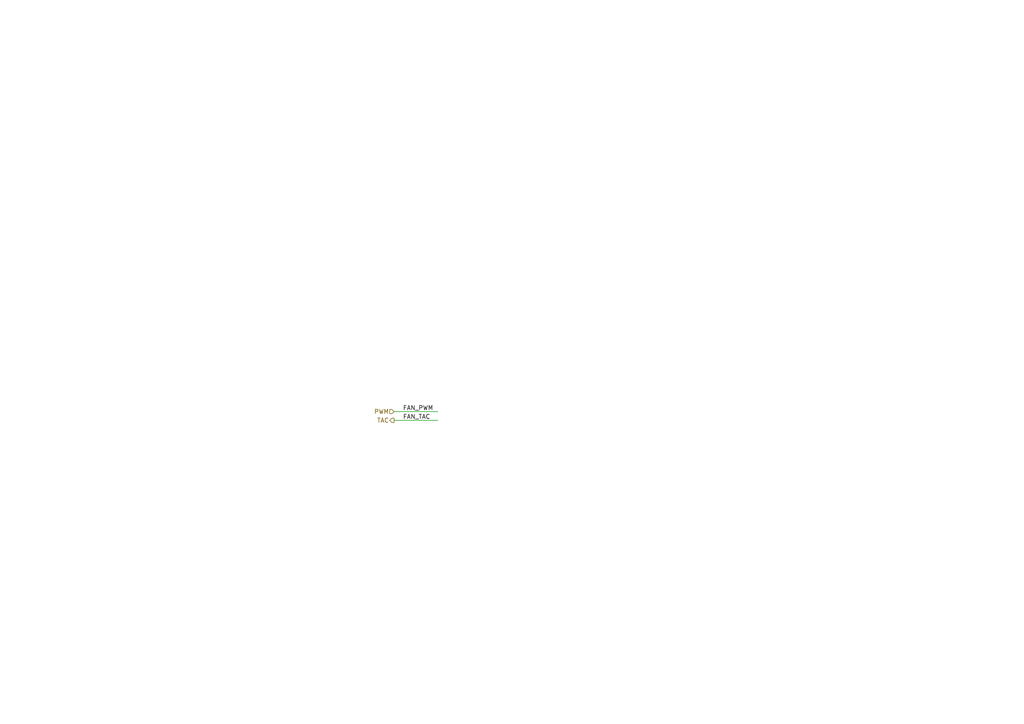
<source format=kicad_sch>
(kicad_sch
	(version 20250114)
	(generator "eeschema")
	(generator_version "9.0")
	(uuid "25835c19-96bd-44c1-9e6f-044aa1c8b181")
	(paper "A4")
	(title_block
		(date "2026-01-14")
		(rev "1.0.0")
		(company "TickLab")
	)
	(lib_symbols)
	(wire
		(pts
			(xy 114.3 119.38) (xy 127 119.38)
		)
		(stroke
			(width 0)
			(type default)
		)
		(uuid "73e01202-6fe0-43f5-89ca-b4f02072e3c8")
	)
	(wire
		(pts
			(xy 114.3 121.92) (xy 127 121.92)
		)
		(stroke
			(width 0)
			(type default)
		)
		(uuid "b9aea63f-cd68-4476-8670-94458628e735")
	)
	(label "FAN_TAC"
		(at 116.84 121.92 0)
		(effects
			(font
				(size 1.27 1.27)
			)
			(justify left bottom)
		)
		(uuid "788ced4a-c1ab-4570-aed6-826c59b3602c")
	)
	(label "FAN_PWM"
		(at 116.84 119.38 0)
		(effects
			(font
				(size 1.27 1.27)
			)
			(justify left bottom)
		)
		(uuid "f430fd0d-6b10-4770-a3c2-14a4f7173c98")
	)
	(hierarchical_label "PWM"
		(shape input)
		(at 114.3 119.38 180)
		(effects
			(font
				(size 1.27 1.27)
			)
			(justify right)
		)
		(uuid "460a181c-b5d0-4555-99be-a05f7dc6b870")
	)
	(hierarchical_label "TAC"
		(shape output)
		(at 114.3 121.92 180)
		(effects
			(font
				(size 1.27 1.27)
			)
			(justify right)
		)
		(uuid "af265d5c-6cd4-4a1c-ab54-fc972f47ae18")
	)
)

</source>
